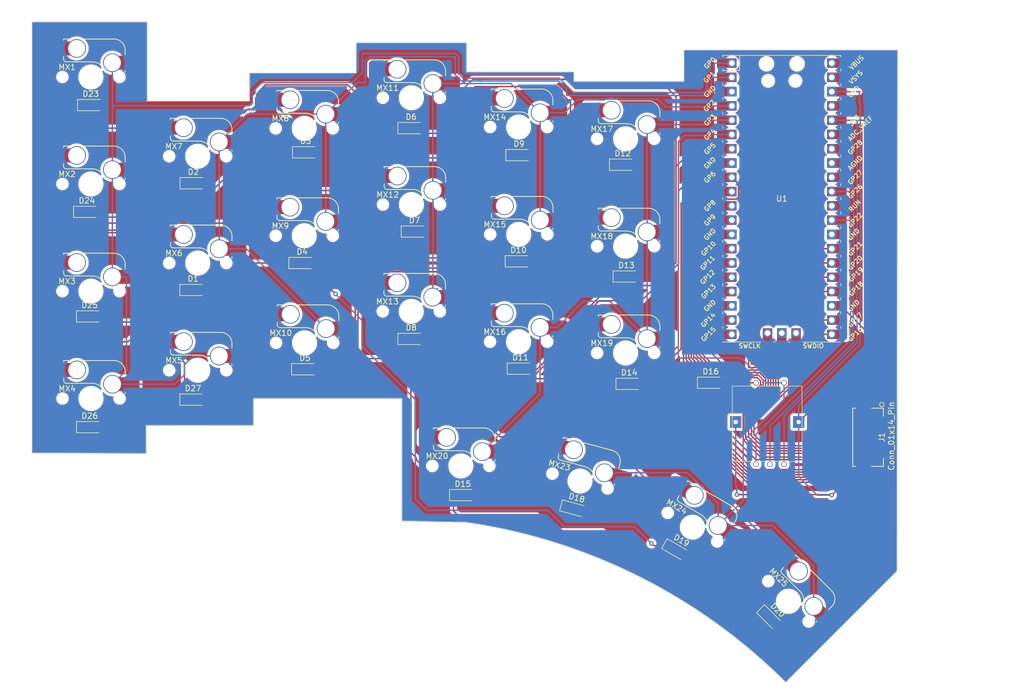
<source format=kicad_pcb>
(kicad_pcb (version 20221018) (generator pcbnew)
  (layers (0 "F.Cu" signal) (31 "B.Cu" signal) (34 "B.Paste" user) (35 "F.Paste" user) (36 "B.SilkS" user "B.Silkscreen") (37 "F.SilkS" user "F.Silkscreen") (38 "B.Mask" user) (39 "F.Mask" user) (44 "Edge.Cuts" user))
  (net 0 "")
  (net 1 "Net-(D1-K)")
  (net 2 "Net-(D1-A)")
  (net 3 "Net-(D12-K)")
  (net 4 "Net-(D2-A)")
  (net 5 "Net-(D13-K)")
  (net 6 "Net-(D3-A)")
  (net 7 "Net-(D14-K)")
  (net 8 "Net-(D4-A)")
  (net 9 "Net-(D10-K)")
  (net 10 "Net-(D5-A)")
  (net 11 "Net-(D6-A)")
  (net 12 "Net-(D7-A)")
  (net 13 "Net-(D8-A)")
  (net 14 "Net-(D9-A)")
  (net 15 "Net-(D10-A)")
  (net 16 "Net-(D11-A)")
  (net 17 "Net-(D12-A)")
  (net 18 "Net-(D13-A)")
  (net 19 "Net-(D14-A)")
  (net 20 "Net-(D15-A)")
  (net 21 "Net-(D18-A)")
  (net 22 "Net-(D19-A)")
  (net 23 "Net-(D20-A)")
  (net 24 "Net-(D23-A)")
  (net 25 "Net-(D24-A)")
  (net 26 "Net-(D25-A)")
  (net 27 "Net-(D26-A)")
  (net 28 "Net-(D27-A)")
  (net 29 "Net-(J1-Pin_1)")
  (net 30 "Net-(J1-Pin_2)")
  (net 31 "Net-(J1-Pin_3)")
  (net 32 "Net-(J1-Pin_4)")
  (net 33 "Net-(J1-Pin_5)")
  (net 34 "Net-(J1-Pin_6)")
  (net 35 "Net-(J1-Pin_7)")
  (net 36 "Net-(J1-Pin_8)")
  (net 37 "Net-(J1-Pin_9)")
  (net 38 "Net-(J1-Pin_10)")
  (net 39 "Net-(J1-Pin_11)")
  (net 40 "Net-(J1-Pin_12)")
  (net 41 "Net-(J1-Pin_13)")
  (net 42 "Net-(J1-Pin_14)")
  (net 43 "Net-(U1-GPIO0)")
  (net 44 "Net-(U1-GPIO1)")
  (net 45 "Net-(U1-GPIO2)")
  (net 46 "Net-(U1-GPIO3)")
  (net 47 "Net-(U1-GPIO4)")
  (net 53 "Net-(U1-GPIO22)")
  (net 55 "Net-(U1-GPIO26_ADC0)")
  (net 66 "Net-(D16-A)")
  (net 67 "Net-(J1-Pin_15)")
  (footprint "PCM_marbastlib-mx:SW_MX_HS_1u" (layer "F.Cu") (at 136.593097 121.585199 -15)
    (fp_text reference "MX23")
    (fp_text value "MX_SW_HS")
  )
  (footprint "Diode_SMD:D_SOD-123" (layer "F.Cu") (at 67.75 107.1)
    (fp_text reference "D27")
    (fp_text value "D_Small")
  )
  (footprint "PCM_marbastlib-mx:SW_MX_HS_1u" (layer "F.Cu") (at 106.62 72.4)
    (fp_text reference "MX12")
    (fp_text value "MX_SW_HS")
  )
  (footprint "Diode_SMD:D_SOD-123" (layer "F.Cu") (at 87.8 63.1)
    (fp_text reference "D3")
    (fp_text value "D_Small")
  )
  (footprint "Diode_SMD:D_SOD-123" (layer "F.Cu") (at 125.65 82.5)
    (fp_text reference "D10")
    (fp_text value "D_Small")
  )
  (footprint "PCM_marbastlib-mx:SW_MX_HS_1u" (layer "F.Cu") (at 115.4 118.9)
    (fp_text reference "MX20")
    (fp_text value "MX_SW_HS")
  )
  (footprint "Diode_SMD:D_SOD-123" (layer "F.Cu") (at 49.35 92.3)
    (fp_text reference "D25")
    (fp_text value "D_Small")
  )
  (footprint "Diode_SMD:D_SOD-123" (layer "F.Cu") (at 87.65 101.7)
    (fp_text reference "D5")
    (fp_text value "D_Small")
  )
  (footprint "PCM_marbastlib-mx:SW_MX_HS_1u" (layer "F.Cu") (at 68.59 82.8)
    (fp_text reference "MX6")
    (fp_text value "MX_SW_HS")
  )
  (footprint "PCM_marbastlib-mx:SW_MX_HS_1u" (layer "F.Cu") (at 87.54 58.84)
    (fp_text reference "MX8")
    (fp_text value "MX_SW_HS")
  )
  (footprint "Diode_SMD:D_SOD-123" (layer "F.Cu") (at 153.65 133.9 -30)
    (fp_text reference "D19")
    (fp_text value "D_Small")
  )
  (footprint "Diode_SMD:D_SOD-123" (layer "F.Cu") (at 67.75 87.6)
    (fp_text reference "D1")
    (fp_text value "D_Small")
  )
  (footprint "Diode_SMD:D_SOD-123" (layer "F.Cu") (at 49.35 112)
    (fp_text reference "D26")
    (fp_text value "D_Small")
  )
  (footprint "Diode_SMD:D_SOD-123" (layer "F.Cu") (at 159.85 104.1)
    (fp_text reference "D16")
    (fp_text value "D_Small")
  )
  (footprint "PCM_marbastlib-mx:SW_MX_HS_1u" (layer "F.Cu") (at 87.54 77.94)
    (fp_text reference "MX9")
    (fp_text value "MX_SW_HS")
  )
  (footprint "Diode_SMD:D_SOD-123" (layer "F.Cu") (at 107.15 77.2)
    (fp_text reference "D7")
    (fp_text value "D_Small")
  )
  (footprint "Diode_SMD:D_SOD-123" (layer "F.Cu") (at 67.8 68.6)
    (fp_text reference "D2")
    (fp_text value "D_Small")
  )
  (footprint "PCM_marbastlib-mx:SW_MX_HS_1u" (layer "F.Cu") (at 144.72 79.8)
    (fp_text reference "MX18")
    (fp_text value "MX_SW_HS")
  )
  (footprint "Diode_SMD:D_SOD-123" (layer "F.Cu") (at 126 101.6)
    (fp_text reference "D11")
    (fp_text value "D_Small")
  )
  (footprint "PCM_marbastlib-mx:SW_MX_HS_1u" (layer "F.Cu") (at 125.68 96.8)
    (fp_text reference "MX16")
    (fp_text value "MX_SW_HS")
  )
  (footprint "PCM_marbastlib-mx:SW_MX_HS_1u" (layer "F.Cu") (at 87.6 97)
    (fp_text reference "MX10")
    (fp_text value "MX_SW_HS")
  )
  (footprint "Diode_SMD:D_SOD-123" (layer "F.Cu") (at 170.366726 145.966726 -45)
    (fp_text reference "D20")
    (fp_text value "D_Small")
  )
  (footprint "PCM_marbastlib-mx:SW_MX_HS_1u" (layer "F.Cu") (at 144.72 60.7)
    (fp_text reference "MX17")
    (fp_text value "MX_SW_HS")
  )
  (footprint "Diode_SMD:D_SOD-123" (layer "F.Cu") (at 106.55 58.8)
    (fp_text reference "D6")
    (fp_text value "D_Small")
  )
  (footprint "Diode_SMD:D_SOD-123" (layer "F.Cu") (at 144.85 85.2)
    (fp_text reference "D13")
    (fp_text value "D_Small")
  )
  (footprint "PCM_marbastlib-mx:SW_MX_HS_1u" (layer "F.Cu") (at 49.58 87.8)
    (fp_text reference "MX3")
    (fp_text value "MX_SW_HS")
  )
  (footprint "Diode_SMD:D_SOD-123" (layer "F.Cu") (at 144.2 65.3)
    (fp_text reference "D12")
    (fp_text value "D_Small")
  )
  (footprint "PCM_marbastlib-mx:SW_MX_HS_1u" (layer "F.Cu") (at 125.68 58.6)
    (fp_text reference "MX14")
    (fp_text value "MX_SW_HS")
  )
  (footprint "Diode_SMD:D_SOD-123" (layer "F.Cu") (at 106.55 96.3)
    (fp_text reference "D8")
    (fp_text value "D_Small")
  )
  (footprint "PCM_marbastlib-mx:SW_MX_HS_1u" (layer "F.Cu") (at 49.58 49.7)
    (fp_text reference "MX1")
    (fp_text value "MX_SW_HS")
  )
  (footprint "CustomKicad:XF3M-1415-1B" (layer "F.Cu") (at 190.299994 117.050002 -90)
    (fp_text reference "J1")
    (fp_text value "Conn_01x14_Pin")
  )
  (footprint "Diode_SMD:D_SOD-123" (layer "F.Cu") (at 145.35 104.3)
    (fp_text reference "D14")
    (fp_text value "D_Small")
  )
  (footprint "CustomKicad:RPi_Pico_SMD_TH" (layer "F.Cu") (at 172.5 71.355)
    (fp_text reference "U1")
    (fp_text value "MicroController")
  )
  (footprint "PCM_marbastlib-mx:SW_MX_HS_1u" (layer "F.Cu") (at 49.6 106.9)
    (fp_text reference "MX4")
    (fp_text value "MX_SW_HS")
  )
  (footprint "PCM_marbastlib-mx:SW_MX_HS_1u" (layer "F.Cu") (at 68.58 63.8)
    (fp_text reference "MX7")
    (fp_text value "MX_SW_HS")
  )
  (footprint "Diode_SMD:D_SOD-123" (layer "F.Cu") (at 49.55 54.7)
    (fp_text reference "D23")
    (fp_text value "D_Small")
  )
  (footprint "PCM_marbastlib-mx:SW_MX_HS_1u" (layer "F.Cu") (at 106.6 53.4)
    (fp_text reference "MX11")
    (fp_text value "MX_SW_HS")
  )
  (footprint "PCM_marbastlib-mx:SW_MX_HS_1u" (layer "F.Cu") (at 68.59 101.88)
    (fp_text reference "MX5")
    (fp_text value "MX_SW_HS")
  )
  (footprint "Diode_SMD:D_SOD-123" (layer "F.Cu") (at 135.493778 126.527051 -15)
    (fp_text reference "D18")
    (fp_text value "D_Small")
  )
  (footprint "PCM_marbastlib-mx:SW_MX_HS_1u" (layer "F.Cu") (at 156.6 129.8 -30)
    (fp_text reference "MX24")
    (fp_text value "MX_SW_HS")
  )
  (footprint "PCM_marbastlib-mx:SW_MX_HS_1u" (layer "F.Cu") (at 125.7 77.7)
    (fp_text reference "MX15")
    (fp_text value "MX_SW_HS")
  )
  (footprint "CustomKicad:PEC12R-42" (layer "F.Cu") (at 170.4 111.1)
    (fp_text reference "SW1" hide)
    (fp_text value "RotaryEncoder_Switch")
  )
  (footprint "PCM_marbastlib-mx:SW_MX_HS_1u" (layer "F.Cu") (at 173.692102 142.992102 -45)
    (fp_text reference "MX25")
    (fp_text value "MX_SW_HS")
  )
  (footprint "Diode_SMD:D_SOD-123" (layer "F.Cu") (at 87.15 82.8)
    (fp_text reference "D4")
    (fp_text value "D_Small")
  )
  (footprint "PCM_marbastlib-mx:SW_MX_HS_1u" (layer "F.Cu") (at 144.72 98.8)
    (fp_text reference "MX19")
    (fp_text value "MX_SW_HS")
  )
  (footprint "Diode_SMD:D_SOD-123" (layer "F.Cu") (at 125.75 63.6)
    (fp_text reference "D9")
    (fp_text value "D_Small")
  )
  (footprint "PCM_marbastlib-mx:SW_MX_HS_1u" (layer "F.Cu") (at 49.58 68.74)
    (fp_text reference "MX2")
    (fp_text value "MX_SW_HS")
  )
  (footprint "PCM_marbastlib-mx:SW_MX_HS_1u" (layer "F.Cu") (at 106.58 91.4)
    (fp_text reference "MX13")
    (fp_text value "MX_SW_HS")
  )
  (footprint "Diode_SMD:D_SOD-123" (layer "F.Cu") (at 115.75 124.1)
    (fp_text reference "D15")
    (fp_text value "D_Small")
  )
  (footprint "Diode_SMD:D_SOD-123" (layer "F.Cu") (at 48.85 73.7)
    (fp_text reference "D24")
    (fp_text value "D_Small")
  )
  (gr_line (start 193 137.6) (end 193.1 44.9) (stroke (width 0.1)) (layer "Edge.Cuts"))
  (gr_line (start 135.5 50.5) (end 155.1 50.5) (stroke (width 0.1)) (layer "Edge.Cuts"))
  (gr_line (start 59.4 111.7) (end 59.4 116.7) (stroke (width 0.1)) (layer "Edge.Cuts"))
  (gr_line (start 59.6 39.9) (end 59.6 51.2) (stroke (width 0.1)) (layer "Edge.Cuts"))
  (gr_line (start 77.8 49) (end 96.8 49) (stroke (width 0.1)) (layer "Edge.Cuts"))
  (gr_line (start 104.9 106.9) (end 78.5 106.9) (stroke (width 0.1)) (layer "Edge.Cuts"))
  (gr_line (start 39.1 40.7) (end 39.1 39.9) (stroke (width 0.1)) (layer "Edge.Cuts"))
  (gr_line (start 96.8 43.6) (end 116.4 43.6) (stroke (width 0.1)) (layer "Edge.Cuts"))
  (gr_line (start 116.4 48.8) (end 135.4 48.8) (stroke (width 0.1)) (layer "Edge.Cuts"))
  (gr_line (start 59.6 54) (end 77.8 54) (stroke (width 0.1)) (layer "Edge.Cuts"))
  (gr_line (start 39.1 40.7) (end 39.1 116.6) (stroke (width 0.1)) (layer "Edge.Cuts"))
  (gr_arc (start 116.34175 128.932082) (mid 147.077748 138.55903) (end 173.201755 157.398245) (stroke (width 0.1)) (layer "Edge.Cuts"))
  (gr_line (start 77.8 54) (end 77.8 49) (stroke (width 0.1)) (layer "Edge.Cuts"))
  (gr_line (start 135.5 48.8) (end 135.5 50.5) (stroke (width 0.1)) (layer "Edge.Cuts"))
  (gr_line (start 116.34175 128.932081) (end 104.9 128.7) (stroke (width 0.1)) (layer "Edge.Cuts"))
  (gr_line (start 104.9 128.7) (end 104.9 106.9) (stroke (width 0.1)) (layer "Edge.Cuts"))
  (gr_line (start 96.8 49) (end 96.8 43.6) (stroke (width 0.1)) (layer "Edge.Cuts"))
  (gr_line (start 59.6 51.2) (end 59.6 54) (stroke (width 0.1)) (layer "Edge.Cuts"))
  (gr_line (start 78.5 111.7) (end 59.4 111.7) (stroke (width 0.1)) (layer "Edge.Cuts"))
  (gr_line (start 155.1 50.5) (end 155.1 44.9) (stroke (width 0.1)) (layer "Edge.Cuts"))
  (gr_line (start 155.1 44.9) (end 193.1 44.9) (stroke (width 0.1)) (layer "Edge.Cuts"))
  (gr_line (start 59.4 116.7) (end 39.1 116.6) (stroke (width 0.1)) (layer "Edge.Cuts"))
  (gr_line (start 135.5 48.8) (end 135.4 48.8) (stroke (width 0.1)) (layer "Edge.Cuts"))
  (gr_line (start 116.4 43.6) (end 116.4 48.8) (stroke (width 0.1)) (layer "Edge.Cuts"))
  (gr_line (start 173.201755 157.398245) (end 193 137.6) (stroke (width 0.1)) (layer "Edge.Cuts"))
  (gr_line (start 78.5 106.9) (end 78.5 111.7) (stroke (width 0.1)) (layer "Edge.Cuts"))
  (gr_line (start 39.1 39.9) (end 59.6 39.9) (stroke (width 0.1)) (layer "Edge.Cuts"))
  (segment (start 111.875 59.725) (end 105.825 59.725) (width 0.25) (layer "F.Cu") (net 1))
  (segment (start 152.2 51.7) (end 135.7 51.7) (width 0.25) (layer "F.Cu") (net 1))
  (segment (start 115.9 55.7) (end 111.875 59.725) (width 0.25) (layer "F.Cu") (net 1))
  (segment (start 153.68 65.6) (end 156.815 62.465) (width 0.25) (layer "F.Cu") (net 1))
  (segment (start 105.825 59.725) (end 104.9 58.8) (width 0.25) (layer "F.Cu") (net 1))
  (segment (start 135.7 51.7) (end 134.1 50.1) (width 0.25) (layer "F.Cu") (net 1))
  (segment (start 47.9 55.8) (end 41.6 62.1) (width 0.25) (layer "F.Cu") (net 1))
  (segment (start 142.065948 86.8) (end 149.6 86.8) (width 0.25) (layer "F.Cu") (net 1))
  (segment (start 80.6 51.1) (end 80.7 51.1) (width 0.25) (layer "F.Cu") (net 1))
  (segment (start 79.5 52.8649) (end 79.5 52.2) (width 0.25) (layer "F.Cu") (net 1))
  (segment (start 124.35 101.6) (end 125.275 102.525) (width 0.25) (layer "F.Cu") (net 1))
  (segment (start 153.68 65.6) (end 153.68 53.22) (width 0.25) (layer "F.Cu") (net 1))
  (segment (start 95.3 51.1) (end 103 58.8) (width 0.25) (layer "F.Cu") (net 1))
  (segment (start 156.815 62.465) (end 156.9 62.465) (width 0.25) (layer "F.Cu") (net 1))
  (segment (start 78.4 55.4) (end 78.9 54.9) (width 0.25) (layer "F.Cu") (net 1))
  (segment (start 57.8 79.3) (end 66.1 87.6) (width 0.25) (layer "F.Cu") (net 1))
  (segment (start 78.9 54.9) (end 78.9 53.4649) (width 0.25) (layer "F.Cu") (net 1))
  (segment (start 79.5 52.2) (end 80.6 51.1) (width 0.25) (layer "F.Cu") (net 1))
  (segment (start 149.6 86.8) (end 153.68 82.72) (width 0.25) (layer "F.Cu") (net 1))
  (segment (start 58.4 58.8) (end 61.1 56.1) (width 0.25) (layer "F.Cu") (net 1))
  (segment (start 43.5 77.4) (end 57.8 77.4) (width 0.25) (layer "F.Cu") (net 1))
  (segment (start 47.9 54.7) (end 47.9 55.8) (width 0.25) (layer "F.Cu") (net 1))
  (segment (start 153.68 82.72) (end 153.68 65.6) (width 0.25) (layer "F.Cu") (net 1))
  (segment (start 136 94.634052) (end 136 92.865948) (width 0.25) (layer "F.Cu") (net 1))
  (segment (start 47.9 55.3) (end 51.4 58.8) (width 0.25) (layer "F.Cu") (net 1))
  (segment (start 125.275 102.525) (end 128.109052 102.525) (width 0.25) (layer "F.Cu") (net 1))
  (segment (start 80.7 51.1) (end 95.3 51.1) (width 0.25) (layer "F.Cu") (net 1))
  (segment (start 128.109052 102.525) (end 136 94.634052) (width 0.25) (layer "F.Cu") (net 1))
  (segment (start 115.9 51.7651) (end 115.9 55.7) (width 0.25) (layer "F.Cu") (net 1))
  (segment (start 134.1 50.1) (end 117.5 50.1) (width 0.25) (layer "F.Cu") (net 1))
  (segment (start 61.1 56.1) (end 76.8 56.1) (width 0.25) (layer "F.Cu") (net 1))
  (segment (start 76.8 56.1) (end 77.5 55.4) (width 0.25) (layer "F.Cu") (net 1))
  (segment (start 103 58.8) (end 104.9 58.8) (width 0.25) (layer "F.Cu") (net 1))
  (segment (start 153.68 53.22) (end 152.2 51.74) (width 0.25) (layer "F.Cu") (net 1))
  (segment (start 57.8 77.4) (end 57.8 79.3) (width 0.25) (layer "F.Cu") (net 1))
  (segment (start 47.9 54.7) (end 47.9 55.3) (width 0.25) (layer "F.Cu") (net 1))
  (segment (start 51.4 58.8) (end 58.4 58.8) (width 0.25) (layer "F.Cu") (net 1))
  (segment (start 163.61 62.465) (end 156.9 62.465) (width 0.25) (layer "F.Cu") (net 1))
  (segment (start 117.5 50.1) (end 117.5 50.1651) (width 0.25) (layer "F.Cu") (net 1))
  (segment (start 41.6 62.1) (end 41.6 75.5) (width 0.25) (layer "F.Cu") (net 1))
  (segment (start 152.2 51.74) (end 152.2 51.7) (width 0.25) (layer "F.Cu") (net 1))
  (segment (start 77.5 55.4) (end 78.4 55.4) (width 0.25) (layer "F.Cu") (net 1))
  (segment (start 41.6 75.5) (end 43.5 77.4) (width 0.25) (layer "F.Cu") (net 1))
  (segment (start 117.5 50.1651) (end 115.9 51.7651) (width 0.25) (layer "F.Cu") (net 1))
  (segment (start 136 92.865948) (end 142.065948 86.8) (width 0.25) (layer "F.Cu") (net 1))
  (segment (start 78.9 53.4649) (end 79.5 52.8649) (width 0.25) (layer "F.Cu") (net 1))
  (segment (start 62.5 77.72) (end 66.2211 81.4411) (width 0.25) (layer "F.Cu") (net 2))
  (segment (start 66.2211 84.4211) (end 69.4 87.6) (width 0.25) (layer "F.Cu") (net 2))
  (segment (start 66.2211 81.4411) (end 66.2211 84.4211) (width 0.25) (layer "F.Cu") (net 2))
  (segment (start 99.7049 65.3) (end 98.5 65.3) (width 0.25) (layer "F.Cu") (net 3))
  (segment (start 140.002344 89.5) (end 147.536396 89.5) (width 0.25) (layer "F.Cu") (net 3))
  (segment (start 134.9 58.1) (end 134.9 54.2) (width 0.25) (layer "F.Cu") (net 3))
  (segment (start 164.61 71.435) (end 164.785 71.26) (width 0.25) (layer "F.Cu") (net 3))
  (segment (start 157.065 71.435) (end 164.61 71.435) (width 0.25) (layer "F.Cu") (net 3))
  (segment (start 117.9 51.4) (end 117.9 61.2) (width 0.25) (layer "F.Cu") (net 3))
  (segment (start 157.065 71.435) (end 155.03 73.47) (width 0.25) (layer "F.Cu") (net 3))
  (segment (start 115 64.1) (end 100.9049 64.1) (width 0.25) (layer "F.Cu") (net 3))
  (segment (start 136.45 94.820448) (end 136.45 93.052344) (width 0.25) (layer "F.Cu") (net 3))
  (segment (start 122.3399 86.125) (end 117.99 90.4749) (width 0.25) (layer "F.Cu") (net 3))
  (segment (start 128.295448 102.975) (end 136.45 94.820448) (width 0.25) (layer "F.Cu") (net 3))
  (segment (start 100.9049 64.1) (end 99.7049 65.3) (width 0.25) (layer "F.Cu") (net 3))
  (segment (start 117.99 96.624052) (end 124.340948 102.975) (width 0.25) (layer "F.Cu") (net 3))
  (segment (start 117.9 61.2) (end 115 64.1) (width 0.25) (layer "F.Cu") (net 3))
  (segment (start 155.03 100.93) (end 158.2 104.1) (width 0.25) (layer "F.Cu") (net 3))
  (segment (start 142.1 65.3) (end 134.9 58.1) (width 0.25) (layer "F.Cu") (net 3))
  (segment (start 139.05 81.05) (end 140.434052 81.05) (width 0.25) (layer "F.Cu") (net 3))
  (segment (start 47.2 73.7) (end 49.2 75.7) (width 0.25) (layer "F.Cu") (net 3))
  (segment (start 134.9 54.2) (end 132.1 51.4) (width 0.25) (layer "F.Cu") (net 3))
  (segment (start 155.03 73.47) (end 155.03 100.93) (width 0.25) (layer "F.Cu") (net 3))
  (segment (start 74.2 75.7) (end 66.3 75.7) (width 0.25) (layer "F.Cu") (net 3))
  (segment (start 156.555 67.545) (end 163.61 67.545) (width 0.25) (layer "F.Cu") (net 3))
  (segment (start 80 69.9) (end 74.2 75.7) (width 0.25) (layer "F.Cu") (net 3))
  (segment (start 154.13 72) (end 154.13 69.97) (width 0.25) (layer "F.Cu") (net 3))
  (segment (start 154.13 69.97) (end 156.5 67.6) (width 0.25) (layer "F.Cu") (net 3))
  (segment (start 94.4 70) (end 94.3 69.9) (width 0.25) (layer "F.Cu") (net 3))
  (segment (start 105.5 77.2) (end 101.6 77.2) (width 0.25) (layer "F.Cu") (net 3))
  (segment (start 164.785 71.26) (end 164.785 68.72) (width 0.25) (layer "F.Cu") (net 3))
  (segment (start 142.55 65.3) (end 137.03 70.82) (width 0.25) (layer "F.Cu") (net 3))
  (segment (start 124.340948 102.975) (end 128.295448 102.975) (width 0.25) (layer "F.Cu") (net 3))
  (segment (start 136.45 93.052344) (end 140.002344 89.5) (width 0.25) (layer "F.Cu") (net 3))
  (segment (start 117.99 90.4749) (end 117.99 96.624052) (width 0.25) (layer "F.Cu") (net 3))
  (segment (start 101.6 77.2) (end 94.4 70) (width 0.25) (layer "F.Cu") (net 3))
  (segment (start 140.434052 81.05) (end 143.975 84.590948) (width 0.25) (layer "F.Cu") (net 3))
  (segment (start 66.15 75.55) (end 66.3 75.7) (width 0.25) (layer "F.Cu") (net 3))
  (segment (start 156.5 67.6) (end 156.555 67.545) (width 0.25) (layer "F.Cu") (net 3))
  (segment (start 105.5 77.2) (end 108 79.7) (width 0.25) (layer "F.Cu") (net 3))
  (segment (start 137.03 70.82) (end 137.03 79.03) (width 0.25) (layer "F.Cu") (net 3))
  (segment (start 98.5 65.9) (end 94.4 70) (width 0.25) (layer "F.Cu") (net 3))
  (segment (start 132.1 51.4) (end 117.9 51.4) (width 0.25) (layer "F.Cu") (net 3))
  (segment (start 66.15 68.6) (end 66.15 75.55) (width 0.25) (layer "F.Cu") (net 3))
  (segment (start 49.2 75.7) (end 66.3 75.7) (width 0.25) (layer "F.Cu") (net 3))
  (segment (start 164.785 68.72) (end 163.61 67.545) (width 0.25) (layer "F.Cu") (net 3))
  (segment (start 147.536396 89.5) (end 154.13 82.906396) (width 0.25) (layer "F.Cu") (net 3))
  (segment (start 142.55 65.3) (end 142.1 65.3) (width 0.25) (layer "F.Cu") (net 3))
  (segment (start 137.03 79.03) (end 139.05 81.05) (width 0.25) (layer "F.Cu") (net 3))
  (segment (start 98.5 65.3) (end 98.5 65.9) (width 0.25) (layer "F.Cu") (net 3))
  (segment (start 143.975 84.590948) (end 143.975 85.809052) (width 0.25) (layer "F.Cu") (net 3))
  (segment (start 143.975 85.809052) (end 143.659052 86.125) (width 0.25) (layer "F.Cu") (net 3))
  (segment (start 154.13 82.906396) (end 154.13 72) (width 0.25) (layer "F.Cu") (net 3))
  (segment (start 94.3 69.9) (end 80 69.9) (width 0.25) (layer "F.Cu") (net 3))
  (segment (start 143.659052 86.125) (end 122.3399 86.125) (width 0.25) (layer "F.Cu") (net 3))
  (segment (start 66.2111 65.3611) (end 69.45 68.6) (width 0.25) (layer "F.Cu") (net 4))
  (segment (start 66.2111 62.4411) (end 66.2111 65.3611) (width 0.25) (layer "F.Cu") (net 4))
  (segment (start 62.49 58.72) (end 66.2111 62.4411) (width 0.25) (layer "F.Cu") (net 4))
  (segment (start 88.384052 102.7) (end 90 102.7) (width 0.25) (layer "F.Cu") (net 5))
  (segment (start 109.1 98.6) (end 116.8 90.9) (width 0.25) (layer "F.Cu") (net 5))
  (segment (start 107.725 97.225) (end 109.1 98.6) (width 0.25) (layer "F.Cu") (net 5))
  (segment (start 63.977767 81.5) (end 64.76 82.282233) (width 0.25) (layer "F.Cu") (net 5))
  (segment (start 125.2 117.4) (end 125.2 113.7) (width 0.25) (layer "F.Cu") (net 5))
  (segment (start 97.1 83.7) (end 121.3 83.7) (width 0.25) (layer "F.Cu") (net 5))
  (segment (start 64.76 84.86) (end 66.875 86.975) (width 0.25) (layer "F.Cu") (net 5))
  (segment (start 66.875 88.225) (end 61.8 93.3) (width 0.25) (layer "F.Cu") (net 5))
  (segment (start 133.9 126.1) (end 125.2 117.4) (width 0.25) (layer "F.Cu") (net 5))
  (segment (start 116.8 88.5) (end 120.1 85.2) (width 0.25) (layer "F.Cu") (net 5))
  (segment (start 46.425 74.325) (end 49.05 76.95) (width 0.25) (layer "F.Cu") (net 5))
  (segment (start 63.4349 81.5) (end 63.977767 81.5) (width 0.25) (layer "F.Cu") (net 5))
  (segment (start 123.425 81.575) (end 124.575 81.575) (width 0.25) (layer "F.Cu") (net 5))
  (segment (start 146.084052 105.3) (end 144.159052 103.375) (width 0.25) (layer "F.Cu") (net 5))
  (segment (start 121.3 83.7) (end 123.425 81.575) (width 0.25) (layer "F.Cu") (net 5))
  (segment (start 68.884052 108.5) (end 72.363604 108.5) (width 0.25) (layer "F.Cu") (net 5))
  (segment (start 163.61 70.085) (end 156.681396 70.085) (width 0.25) (layer "F.Cu") (net 5))
  (segment (start 40.65 106.334052) (end 47.315948 113) (width 0.25) (layer "F.Cu") (net 5))
  (segment (start 69 72.1) (end 67.4 70.5) (width 0.25) (layer "F.Cu") (net 5))
  (segment (start 94.4 86.4) (end 97.1 83.7) (width 0.25) (layer "F.Cu") (net 5))
  (segment (start 96.6 88.6) (end 94.4 86.4) (width 0.25) (layer "F.Cu") (net 5))
  (segment (start 90 102.7) (end 96.6 96.1) (width 0.25) (layer "F.Cu") (net 5))
  (segment (start 61.8 93.3) (end 48.7 93.3) (width 0.25) (layer "F.Cu") (net 5))
  (segment (start 125.4 82.4) (end 125.4 85.2) (width 0.25) (layer "F.Cu") (net 5))
  (segment (start 72.363604 108.5) (end 80.088604 100.775) (width 0.25) (layer "F.Cu") (net 5))
  (segment (start 128.525 103.375) (end 127.85 104.05) (width 0.25) (layer "F.Cu") (net 5))
  (segment (start 48.7 93.3) (end 47.7 92.3) (width 0.25) (layer "F.Cu") (net 5))
  (segment (start 40.65 99.35) (end 40.65 106.334052) (width 0.25) (layer "F.Cu") (net 5))
  (segment (start 63.9 67.2) (end 56.475 74.625) (width 0.25) (layer "F.Cu") (net 5))
  (segment (start 66.134052 67.2) (end 63.9 67.2) (width 0.25) (layer "F.Cu") (net 5))
  (segment (start 56.475 74.625) (end 49.625 74.625) (width 0.25) (layer "F.Cu") (net 5))
  (segment (start 125.4 85.2) (end 143.2 85.2) (width 0.25) (layer "F.Cu") (net 5))
  (segment (start 154.58 72.186396) (end 154.58 98.104052) (width 0.25) (layer "F.Cu") (net 5))
  (segment (start 64.76 82.282233) (end 64.76 84.86) (width 0.25) (layer "F.Cu") (net 5))
  (segment (start 47.7 92.3) (end 40.65 99.35) (width 0.25) (layer "F.Cu") (net 5))
  (segment (start 66.875 86.975) (end 66.875 88.225) (width 0.25) (layer "F.Cu") (net 5))
  (segment (start 66.559052 106.175) (end 68.884052 108.5) (width 0.25) (layer "F.Cu") (net 5))
  (segment (start 144.159052 103.375) (end 128.525 103.375) (width 0.25) (layer "F.Cu") (net 5))
  (segment (start 46.425 72.975) (end 46.425 74.325) (width 0.25) (layer "F.Cu") (net 5))
  (segment (start 147.384052 105.3) (end 146.084052 105.3) (width 0.25) (layer "F.Cu") (net 5))
  (segment (start 60.425 106.175) (end 66.559052 106.175) (width 0.25) (layer "F.Cu") (net 5))
  (segment (start 78 63.1) (end 69 72.1) (width 0.25) (layer "F.Cu") (net 5))
  (segment (start 58.8849 76.95) (end 63.4349 81.5) (width 0.25) (layer "F.Cu") (net 5))
  (segment (start 86.15 63.1) (end 78 63.1) (width 0.25) (layer "F.Cu") (net 5))
  (segment (start 154.58 98.104052) (end 147.384052 105.3) (width 0.25) (layer "F.Cu") (net 5))
  (segment (start 67.4 70.5) (end 67.4 68.465948) (width 0.25) (layer "F.Cu") (net 5))
  (segment (start 49.625 74.625) (end 47.775 72.775) (width 0.25) (layer "F.Cu") (net 5))
  (segment (start 86.459052 100.775) (end 88.384052 102.7) (width 0.25) (layer "F.Cu") (net 5))
  (segment (start 116.8 90.9) (end 116.8 88.5) (width 0.25) (layer "F.Cu") (net 5))
  (segment (start 124.575 81.575) (end 125.4 82.4) (width 0.25) (layer "F.Cu") (net 5))
  (segment (start 122.3 113.7) (end 112.65 104.05) (width 0.25) (layer "F.Cu") (net 5))
  (segment (start 105.825 97.225) (end 107.725 97.225) (width 0.25) (layer "F.Cu") (net 5))
  (segment (start 112.65 104.05) (end 104.9 96.3) (width 0.25) (layer "F.Cu") (net 5))
  (segment (start 53.6 113) (end 60.425 106.175) (width 0.25) (layer "F.Cu") (net 5))
  (segment (start 96.6 96.1) (end 96.6 88.6) (width 0.25) (layer "F.Cu") (net 5))
  (segment (start 80.088604 100.775) (end 86.459052 100.775) (width 0.25) (layer "F.Cu") (net 5))
  (segment (start 49.05 76.95) (end 58.8849 76.95) (width 0.25) (layer "F.Cu") (net 5))
  (segment (start 47.315948 113) (end 53.6 113) (width 0.25) (layer "F.Cu") (net 5))
  (segment (start 156.681396 70.085) (end 154.58 72.186396) (width 0.25) (layer "F.Cu") (net 5))
  (segment (start 125.2 113.7) (end 122.3 113.7) (width 0.25) (layer "F.Cu") (net 5))
  (segment (start 127.85 104.05) (end 112.65 104.05) (width 0.25) (layer "F.Cu") (net 5))
  (segment (start 46.625 72.775) (end 46.425 72.975) (width 0.25) (layer "F.Cu") (net 5))
  (segment (start 47.775 72.775) (end 46.625 72.775) (width 0.25) (layer "F.Cu") (net 5))
  (segment (start 104.9 96.3) (end 105.825 97.225) (width 0.25) (layer "F.Cu") (net 5))
  (segment (start 120.1 85.2) (end 125.4 85.2) (width 0.25) (layer "F.Cu") (net 5))
  (segment (start 67.4 68.465948) (end 66.134052 67.2) (width 0.25) (layer "F.Cu") (net 5))
  (segment (start 85.1711 59.821231) (end 88.449869 63.1) (width 0.25) (layer "F.Cu") (net 6))
  (segment (start 88.449869 63.1) (end 89.45 63.1) (width 0.25) (layer "F.Cu") (net 6))
  (segment (start 81.45 53.76) (end 85.1711 57.4811) (width 0.25) (layer "F.Cu") (net 6))
  (segment (start 85.1711 57.4811) (end 85.1711 59.821231) (width 0.25) (layer "F.Cu") (net 6))
  (segment (start 85.5 83.6) (end 86.9 85) (width 0.25) (layer "F.Cu") (net 7))
  (segment (start 150.45 105.75) (end 145.15 105.75) (width 0.25) (layer "F.Cu") (net 7))
  (segment (start 41.1 106.1) (end 41.1 99.9) (width 0.25) (layer "F.Cu") (net 7))
  (segment (start 116.4 80.4) (end 116.4 80.2) (width 0.25) (layer "F.Cu") (net 7))
  (segment (start 116.4 65.2) (end 118 63.6) (width 0.25) (layer "F.Cu") (net 7))
  (segment (start 158.975 104.709052) (end 158.584052 105.1) (width 0.25) (layer "F.Cu") (net 7))
  (segment (start 149 121.9) (end 149 129.853942) (width 0.25) (layer "F.Cu") (net 7))
  (segment (start 143.7 116.6) (end 149 121.9) (width 0.25) (layer "F.Cu") (net 7))
  (segment (start 91.05 86.25) (end 93.1 88.3) (width 0.25) (layer "F.Cu") (net 7))
  (segment (start 86.9 85) (end 90.4 85) (width 0.25) (layer "F.Cu") (net 7))
  (segment (start 151.1 105.1) (end 150.45 105.75) (width 0.25) (layer "F.Cu") (net 7))
  (segment (start 44.2 96.8) (end 56.2 96.8) (width 0.25) (layer "F.Cu") (net 7))
  (segment (start 59.1 93.9) (end 67.5 93.9) (width 0.25) (layer "F.Cu") (net 7))
  (segment (start 158.584052 105.1) (end 151.1 105.1) (width 0.25) (layer "F.Cu") (net 7))
  (segment (start 158.975 103.490948) (end 158.975 104.709052) (width 0.25) (layer "F.Cu") (net 7))
  (segment (start 149.675 133.075) (end 149.3 132.7) (width 0.25) (layer "F.Cu") (net 7))
  (segment (start 149 129.853942) (end 152.221058 133.075) (width 0.25) (layer "F.Cu") (net 7))
  (segment (start 91.05 84.35) (end 93.5 81.9) (width 0.25) (layer "F.Cu") (net 7))
  (segment (start 78.6 82.8) (end 85.5 82.8) (width 0.25) (layer "F.Cu") (net 7))
  (segment (start 114.7 81.9) (end 116.4 80.2) (width 0.25) (layer "F.Cu") (net 7))
  (segment (start 93.5 81.9) (end 114.7 81.9) (width 0.25) (layer "F.Cu") (net 7))
  (segment (start 41.1 99.9) (end 44.2 96.8) (width 0.25) (layer "F.Cu") (net 7))
  (segment (start 91.05 84.35) (end 91.05 86.25) (width 0.25) (layer "F.Cu") (net 7))
  (segment (start 155.48 99.995948) (end 158.975 103.490948) (width 0.25) (layer "F.Cu") (net 7))
  (segment (start 56.2 96.8) (end 59.1 93.9) (width 0.25) (layer "F.Cu") (net 7))
  (segment (start 67.5 93.9) (end 78.6 82.8) (width 0.25) (layer "F.Cu") (net 7))
  (segment (start 85.5 82.8) (end 85.5 83.6) (width 0.25) (layer "F.Cu") (net 7))
  (segment (start 90.4 85) (end 91.05 84.35) (width 0.25) (layer "F.Cu") (net 7))
  (segment (start 145.15 105.75) (end 143.7 104.3) (width 0.25) (layer "F.Cu") (net 7))
  (segment (start 116.4 80.2) (end 116.4 65.2) (width 0.25) (layer "F.Cu") (net 7))
  (segment (start 155.48 74.2) (end 155.48 99.995948) (width 0.25) (layer "F.Cu") (net 7))
  (segment (start 47 112) (end 41.1 106.1) (width 0.25) (layer "F.Cu") (net 7))
  (segment (start 118 63.6) (end 124.1 63.6) (width 0.25) (layer "F.Cu") (net 7))
  (segment (start 47.7 112) (end 47 112) (width 0.25) (layer "F.Cu") (net 7))
  (segment (start 163.61 72.625) (end 157.055 72.625) (width 0.25) (layer "F.Cu") (net 7))
  (segment (start 143.7 104.3) (end 143.7 116.6) (width 0.25) (layer "F.Cu") (net 7))
  (segment (start 152.221058 133.075) (end 149.675 133.075) (width 0.25) (layer "F.Cu") (net 7))
  (segment (start 157.055 72.625) (end 155.48 74.2) (width 0.25) (layer "F.Cu") (net 7))
  (via (at 93.1 88.3) (size 0.8) (drill 0.4) (layers "F.Cu" "B.Cu") (net 7))
  (via (at 149.3 132.7) (size 0.8) (drill 0.4) (layers "F.Cu" "B.Cu") (net 7))
  (segment (start 133.8 129.7) (end 146.3 129.7) (width 0.25) (layer "B.Cu") (net 7))
  (segment (start 146.3 129.7) (end 149.3 132.7) (width 0.25) (layer "B.Cu") (net 7))
  (segment (start 107.3 107.1) (end 107.3 124.8) (width 0.25) (layer "B.Cu") (net 7))
  (segment (start 130.9 126.8) (end 133.8 129.7) (width 0.25) (layer "B.Cu") (net 7))
  (segment (start 97.8 93) (end 97.8 97.6) (width 0.25) (layer "B.Cu") (net 7))
  (segment (start 97.8 97.6) (end 107.3 107.1) (width 0.25) (layer "B.Cu") (net 7))
  (segment (start 107.3 124.8) (end 109.3 126.8) (width 0.25) (layer "B.Cu") (net 7))
  (segment (start 109.3 126.8) (end 130.9 126.8) (width 0.25) (layer "B.Cu") (net 7))
  (segment (start 93.1 88.3) (end 97.8 93) (width 0.25) (layer "B.Cu") (net 7))
  (segment (start 85.1711 79.1711) (end 88.8 82.8) (width 0.25) (layer "F.Cu") (net 8))
  (segment (start 85.1711 76.5811) (end 85.1711 79.1711) (width 0.25) (layer "F.Cu") (net 8))
  (segment (start 81.45 72.86) (end 85.1711 76.5811) (width 0.25) (layer "F.Cu") (net 8))
  (segment (start 92.7 104.2) (end 88.5 104.2) (width 0.25) (layer "F.Cu") (net 9))
  (segment (start 162.9 144.8) (end 159.95 141.85) (width 0.25) (layer "F.Cu") (net 9))
  (segment (start 159.8 141.7) (end 155.6 141.7) (width 0.25) (layer "F.Cu") (net 9))
  (segment (start 159.425 119.950305) (end 160.15 120.675305) (width 0.25) (layer "F.Cu") (net 9))
  (segment (start 97.1 99.8) (end 92.7 104.2) (width 0.25) (layer "F.Cu") (net 9))
  (segment (start 114.1 124.1) (end 113.752233 124.1) (width 0.25) (layer "F.Cu") (net 9))
  (segment (start 169.2 144.8) (end 162.9 144.8) (width 0.25) (layer "F.Cu") (net 9))
  (segment (start 131.7 130.6) (end 128.9 127.8) (width 0.25) (layer "F.Cu") (net 9))
  (segment (start 113.752233 124.1) (end 107.5 117.847767) (width 0.25) (layer "F.Cu") (net 9))
  (segment (start 107.5 117.847767) (end 107.5 117.5) (width 0.25) (layer "F.Cu") (net 9))
  (segment (start 128.9 127.8) (end 115 127.8) (width 0.25) (layer "F.Cu") (net 9))
  (segment (start 102.2 99.8) (end 97.1 99.8) (width 0.25) (layer "F.Cu") (net 9))
  (segment (start 160.15 122.35) (end 168 130.2) (width 0.25) (layer "F.Cu") (net 9))
  (segment (start 159.425 103.304552) (end 159.425 119.950305) (width 0.25) (layer "F.Cu") (net 9))
  (segment (start 66.1 107.1) (end 68.5 109.5) (width 0.25) (layer "F.Cu") (net 9))
  (segment (start 163.61 75.165) (end 156.835 75.165) (width 0.25) (layer "F.Cu") (net 9))
  (segment (start 99.355 84.345) (end 97.1 86.6) (width 0.25) (layer "F.Cu") (net 9))
  (segment (start 168 130.2) (end 168 133.8) (width 0.25) (layer "F.Cu") (net 9))
  (segment (start 122.155 84.345) (end 99.355 84.345) (width 0.25) (layer "F.Cu") (net 9))
  (segment (start 160.15 120.675305) (end 160.15 122.35) (width 0.25) (layer "F.Cu") (net 9))
  (segment (start 107.5 117.5) (end 106.5 116.5) (width 0.25) (layer "F.Cu") (net 9))
  (segment (start 124 82.5) (end 122.155 84.345) (width 0.25) (layer "F.Cu") (net 9))
  (segment (start 156.835 75.165) (end 155.93 76.07) (width 0.25) (layer "F.Cu") (net 9))
  (segment (start 106.5 104.1) (end 102.2 99.8) (width 0.25) (layer "F.Cu") (net 9))
  (segment (start 168 133.8) (end 159.95 141.85) (width 0.25) (layer "F.Cu") (net 9))
  (segment (start 140.6 130.6) (end 131.7 130.6) (width 0.25) (layer "F.Cu") (net 9))
  (segment (start 146.3 132.4) (end 142.4 132.4) (width 0.25) (layer "F.Cu") (net 9))
  (segment (start 68.5 109.5) (end 72.3 109.5) (width 0.25) (layer "F.Cu") (net 9))
  (segment (start 159.95 141.85) (end 159.8 141.7) (width 0.25) (layer "F.Cu") (net 9))
  (segment (start 155.6 141.7) (end 146.3 132.4) (width 0.25) (layer "F.Cu") (net 9))
  (segment (start 115 127.8) (end 114.1 126.9) (width 0.25) (layer "F.Cu") (net 9))
  (segment (start 79.8 101.7) (end 86 101.7) (width 0.25) (layer "F.Cu") (net 9))
  (segment (start 142.4 132.4) (end 140.6 130.6) (width 0.25) (layer "F.Cu") (net 9))
  (segment (start 155.93 76.07) (end 155.93 99.809552) (width 0.25) (layer "F.Cu") (net 9))
  (segment (start 114.1 126.9) (end 114.1 124.1) (width 0.25) (layer "F.Cu") (net 9))
  (segment (start 88.5 104.2) (end 86 101.7) (width 0.25) (layer "F.Cu") (net 9))
  (segment (start 106.5 116.5) (end 106.5 104.1) (width 0.25) (layer "F.Cu") (net 9))
  (segment (start 72.3 109.2) (end 79.8 101.7) (width 0.25) (layer "F.Cu") (net 9))
  (segment (start 155.93 99.809552) (end 159.425 103.304552) (width 0.25) (layer "F.Cu") (net 9))
  (segment (start 97.1 86.6) (end 97.1 99.8) (width 0.25) (layer "F.Cu") (net 9))
  (segment (start 72.3 109.5) (end 72.3 109.2) (width 0.25) (layer "F.Cu") (net 9))
  (segment (start 81.51 91.92) (end 85.2311 95.6411) (width 0.25) (layer "F.Cu") (net 10))
  (segment (start 88.85 101.7) (end 89.3 101.7) (width 0.25) (layer "F.Cu") (net 10))
  (segment (start 85.2311 98.0811) (end 88.85 101.7) (width 0.25) (layer "F.Cu") (net 10))
  (segment (start 85.2311 95.6411) (end 85.2311 98.0811) (width 0.25) (layer "F.Cu") (net 10))
  (segment (start 104.2311 52.0411) (end 104.2311 54.8311) (width 0.25) (layer "F.Cu") (net 11))
  (segment (start 100.51 48.32) (end 104.2311 52.0411) (width 0.25) (layer "F.Cu") (net 11))
  (segment (start 104.2311 54.8311) (end 108.2 58.8) (width 0.25) (layer "F.Cu") (net 11))
  (segment (start 100.53 67.32) (end 104.2511 71.0411) (width 0.25) (layer "F.Cu") (net 12))
  (segment (start 108.069869 77.2) (end 108.8 77.2) (width 0.25) (layer "F.Cu") (net 12))
  (segment (start 104.2511 73.381231) (end 108.069869 77.2) (width 0.25) (layer "F.Cu") (net 12))
  (segment (start 104.2511 71.0411) (end 104.2511 73.381231) (width 0.25) (layer "F.Cu") (net 12))
  (segment (start 100.49 86.32) (end 102.75 88.58) (width 0.25) (layer "F.Cu") (net 13))
  (segment (start 102.75 88.58) (end 102.75 90.920131) (width 0.25) (layer "F.Cu") (net 13))
  (segment (start 102.75 90.920131) (end 108.129869 96.3) (width 0.25) (layer "F.Cu") (net 13))
  (segment (start 108.129869 96.3) (end 108.2 96.3) (width 0.25) (layer "F.Cu") (net 13))
  (segment (start 127.3 63.6) (end 127.4 63.6) (width 0.25) (layer "F.Cu") (net 14))
  (segment (start 121.85 55.78) (end 121.85 58.15) (width 0.25) (layer "F.Cu") (net 14))
  (segment (start 119.59 53.52) (end 121.85 55.78) (width 0.25) (layer "F.Cu") (net 14))
  (segment (start 121.85 58.15) (end 127.3 63.6) (width 0.25) (layer "F.Cu") (net 14))
  (segment (start 119.61 72.62) (end 123.3311 76.3411) (width 0.25) (layer "F.Cu") (net 15))
  (segment (start 127.149869 82.5) (end 127.3 82.5) (width 0.25) (layer "F.Cu") (net 15))
  (segment (start 123.3311 78.681231) (end 127.149869 82.5) (width 0.25) (layer "F.Cu") (net 15))
  (segment (start 123.3311 76.3411) (end 123.3311 78.681231) (width 0.25) (layer "F.Cu") (net 15))
  (segment (start 127.129869 101.6) (end 127.65 101.6) (width 0.25) (layer "F.Cu") (net 16))
  (segment (start 123.3111 97.781231) (end 127.129869 101.6) (width 0.25) (layer "F.Cu") (net 16))
  (segment (start 123.3111 95.4411) (end 123.3111 97.781231) (width 0.25) (layer "F.Cu") (net 16))
  (segment (start 119.59 91.72) (end 123.3111 95.4411) (width 0.25) (layer "F.Cu") (net 16))
  (segment (start 138.63 55.62) (end 142.3511 59.3411) (width 0.25) (layer "F.Cu") (net 17))
  (segment (start 142.3511 59.3411) (end 142.3511 61.8011) (width 0.25) (layer "F.Cu") (net 17))
  (segment (start 142.3511 61.8011) (end 145.85 65.3) (width 0.25) (layer "F.Cu") (net 17))
  (segment (start 140.89 76.98) (end 140.89 79.59) (width 0.25) (layer "F.Cu") (net 18))
  (segment (start 140.89 79.59) (end 146.5 85.2) (width 0.25) (layer "F.Cu") (net 18))
  (segment (start 138.63 74.72) (end 140.89 76.98) (width 0.25) (layer "F.Cu") (net 18))
  (segment (start 142.3511 100.0511) (end 146.6 104.3) (width 0.25) (layer "F.Cu") (net 19))
  (segment (start 146.6 104.3) (end 147 104.3) (width 0.25) (layer "F.Cu") (net 19))
  (segment (start 142.3511 97.4411) (end 142.3511 100.0511) (width 0.25) (layer "F.Cu") (net 19))
  (segment (start 138.63 93.72) (end 142.3511 97.4411) (width 0.25) (layer "F.Cu") (net 19))
  (segment (start 117.249869 124.1) (end 117.4 124.1) (width 0.25) (layer "F.Cu") (net 20))
  (segment (start 109.31 113.82) (end 113.0311 117.5411) (width 0.25) (layer "F.Cu") (net 20))
  (segment (start 113.0311 117.5411) (end 113.0311 119.881231) (width 0.25) (layer "F.Cu") (net 20))
  (segment (start 113.0311 119.881231) (end 117.249869 124.1) (width 0.25) (layer "F.Cu") (net 20))
  (segment (start 133.460117 116.536796) (end 133.460117 123.326663) (width 0.25) (layer "F.Cu") (net 21))
  (segment (start 132.025409 115.102088) (end 133.460117 116.536796) (width 0.25) (layer "F.Cu") (net 21))
  (segment (start 133.460117 123.326663) (end 137.087556 126.954102) (width 0.25) (layer "F.Cu") (net 21))
  (segment (start 153.865905 122.355591) (end 153.865905 133.511963) (width 0.25) (layer "F.Cu") (net 22))
  (segment (start 153.865905 133.511963) (end 155.078942 134.725) (width 0.25) (layer "F.Cu") (net 22))
  (segment (start 171.215253 146.815253) (end 171.533452 147.133452) (width 0.25) (layer "F.Cu") (net 23))
  (segment (start 172.977924 135.093719) (end 172.977924 140.356149) (width 0.25) (layer "F.Cu") (net 23))
  (segment (start 172.977924 140.356149) (end 171.215253 142.11882) (width 0.25) (layer "F.Cu") (net 23))
  (segment (start 171.215253 142.11882) (end 171.215253 146.815253) (width 0.25) (layer "F.Cu") (net 23))
  (segment (start 47.04 50.54) (end 51.2 54.7) (width 0.25) (layer "F.Cu") (net 24))
  (segment (start 43.49 44.62) (end 47.2111 48.3411) (width 0.25) (layer "F.Cu") (net 24))
  (segment (start 47.2111 50.3689) (end 47.04 50.54) (width 0.25) (layer "F.Cu") (net 24))
  (segment (start 47.2111 48.3411) (end 47.2111 50.3689) (width 0.25) (layer "F.Cu") (net 24))
  (segment (start 43.49 63.66) (end 45.75 65.92) (width 0.25) (layer "F.Cu") (net 25))
  (segment (start 45.75 65.92) (end 45.75 68.95) (width 0.25) (layer "F.Cu") (net 25))
  (segment (start 45.75 68.95) (end 50.5 73.7) (width 0.25) (layer "F.Cu") (net 25))
  (segment (start 43.49 82.72) (end 45.9 85.13) (width 0.25) (layer "F.Cu") (net 26))
  (segment (start 50.1 92.3) (end 51 92.3) (width 0.25) (layer "F.Cu") (net 26))
  (segment (start 45.9 88.1) (end 50.1 92.3) (width 0.25) (layer "F.Cu") (net 26))
  (segment (start 45.9 85.13) (end 45.9 88.1) (width 0.25) (layer "F.Cu") (net 26))
  (segment (start 47.2311 108.2311) (end 51 112) (width 0.25) (layer "F.Cu") (net 27))
  (segment (start 43.51 101.82) (end 47.2311 105.5411) (width 0.25) (layer "F.Cu") (net 27))
  (segment (start 47.2311 105.5411) (end 47.2311 108.2311) (width 0.25) (layer "F.Cu") (net 27))
  (segment (start 66.2211 103.9211) (end 69.4 107.1) (width 0.25) (layer "F.Cu") (net 28))
  (segment (start 66.2211 100.5211) (end 66.2211 103.9211) (width 0.25) (layer "F.Cu") (net 28))
  (segment (start 62.5 96.8) (end 66.2211 100.5211) (width 0.25) (layer "F.Cu") (net 28))
  (segment (start 189.5 107.2) (end 188.8 106.5) (width 0.25) (layer "F.Cu") (net 29))
  (segment (start 188.8 101.3) (end 188.8 95.4) (width 0.25) (layer "F.Cu") (net 29))
  (segment (start 187.5 94.1) (end 187.5 57.3) (width 0.25) (layer "F.Cu") (net 29))
  (segment (start 188.8 106.5) (end 188.8 101.3) (width 0.25) (layer "F.Cu") (net 29))
  (segment (start 188.8 102.6) (end 188.8 101.3) (width 0.25) (layer "F.Cu") (net 29))
  (segment (start 187.5 57.3) (end 187.415 57.385) (width 0.25) (layer "F.Cu") (net 29))
  (segment (start 188.8 95.4) (end 187.5 94.1) (width 0.25) (layer "F.Cu") (net 29))
  (segment (start 190.299994 110.55) (end 189.5 110.55) (width 0.25) (layer "F.Cu") (net 29))
  (segment (start 187.415 57.385) (end 181.39 57.385) (width 0.25) (layer "F.Cu") (net 29))
  (segment (start 189.5 110.55) (end 189.5 107.2) (width 0.25) (layer "F.Cu") (net 29))
  (segment (start 172.9 109.936396) (end 185.9 96.936396) (width 0.25) (layer "B.Cu") (net 29))
  (segment (start 186.015 57.385) (end 181.39 57.385) (width 0.25) (layer "B.Cu") (net 29))
  (segment (start 185.9 96.936396) (end 185.9 57.5) (width 0.25) (layer "B.Cu") (net 29))
  (segment (start 172.9 118.6) (end 172.9 109.936396) (width 0.25) (layer "B.Cu") (net 29))
  (segment (start 185.9 57.5) (end 186.015 57.385) (width 0.25) (layer "B.Cu") (net 29))
  (segment (start 183 90.405) (end 181.39 90.405) (width 0.25) (layer "F.Cu") (net 30))
  (segment (start 189 110.686396) (end 189 107.8) (width 0.25) (layer "F.Cu") (net 30))
  (segment (start 189 107.8) (end 188.3 107.1) (width 0.25) (layer "F.Cu") (net 30))
  (segment (start 188.3 107.1) (end 188.3 95.705) (width 0.25) (layer "F.Cu") (net 30))
  (segment (start 190.299994 111.050001) (end 189.363605 111.050001) (width 0.25) (layer "F.Cu") (net 30))
  (segment (start 188.3 95.705) (end 183 90.405) (width 0.25) (layer "F.Cu") (net 30))
  (segment (start 189.363605 111.050001) (end 189 110.686396) (width 0.25) (layer "F.Cu") (net 30))
  (segment (start 179.715 95.485) (end 181.39 95.485) (width 0.25) (layer "F.Cu") (net 31))
  (segment (start 184.177208 111.55) (end 180.427208 115.3) (width 0.25) (layer "F.Cu") (net 31))
  (segment (start 176.1 99.1) (end 179.715 95.485) (width 0.25) (layer "F.Cu") (net 31))
  (segment (start 190.299994 111.55) (end 184.177208 111.55) (width 0.25) (layer "F.Cu") (net 31))
  (segment (start 176.1 102.794291) (end 176.1 99.1) (width 0.25) (layer "F.Cu") (net 31))
  (segment (start 167.55 110) (end 168.894291 110) (width 0.25) (layer "F.Cu") (net 31))
  (segment (start 180.427208 115.3) (end 169.5 115.3) (width 0.25) (layer "F.Cu") (net 31))
  (segment (start 169.5 115.3) (end 167.55 113.35) (width 0.25) (layer "F.Cu") (net 31))
  (segment (start 167.55 113.35) (end 167.55 110) (width 0.25) (layer "F.Cu") (net 31))
  (segment (start 168.894291 110) (end 176.1 102.794291) (width 0.25) (layer "F.Cu") (net 31))
  (segment (start 169.1 92.945) (end 181.39 92.945) (width 0.25) (layer "F.Cu") (net 32))
  (segment (start 173.725 103.225) (end 168.45 97.95) (width 0.25) (layer "F.Cu") (net 32))
  (segment (start 180.613604 115.75) (end 169.3 115.75) (width 0.25) (layer "F.Cu") (net 32))
  (segment (start 167.1 109.7) (end 167.3 109.5) (width 0.25) (layer "F.Cu") (net 32))
  (segment (start 168.757895 109.5) (end 173.725 104.532895) (width 0.25) (layer "F.Cu") (net 32))
  (segment (start 167.3 109.5) (end 168.757895 109.5) (width 0.25) (layer "F.Cu") (net 32))
  (segment (start 168.45 97.95) (end 168.45 93.6) (width 0.25) (layer "F.Cu") (net 32))
  (segment (start 169.3 115.75) (end 167.1 113.55) (width 0.25) (layer "F.Cu") (net 32))
  (segment (start 184.313602 112.050002) (end 180.613604 115.75) (width 0.25) (layer "F.Cu") (net 32))
  (segment (start 169.1 92.945) (end 169.1 92.95) (width 0.25) (layer "F.Cu") (net 32))
  (segment (start 173.725 104.532895) (end 173.725 103.225) (width 0.25) (layer "F.Cu") (net 32))
  (segment (start 169.1 92.95) (end 168.45 93.6) (width 0.25) (layer "F.Cu") (net 32))
  (segment (start 190.299994 112.050002) (end 184.313602 112.050002) (width 0.25) (layer "F.Cu") (net 32))
  (segment (start 167.1 113.55) (end 167.1 109.7) (width 0.25) (layer "F.Cu") (net 32))
  (segment (start 181.39 87.865) (end 168.635 87.865) (width 0.25) (layer "F.Cu") (net 33))
  (segment (start 168 88.5) (end 168 99.8) (width 0.25) (layer "F.Cu") (net 33))
  (segment (start 166.6 113.8) (end 169 116.2) (width 0.25) (layer "F.Cu") (net 33))
  (segment (start 166.6 109) (end 166.6 113.8) (width 0.25) (layer "F.Cu") (net 33))
  (segment (start 171.875 102.102208) (end 171.875 105.746499) (width 0.25) (layer "F.Cu") (net 33))
  (segment (start 184.449999 112.550001) (end 190.299994 112.550001) (width 0.25) (layer "F.Cu") (net 33))
  (segment (start 169 116.2) (end 180.8 116.2) (width 0.25) (layer "F.Cu") (net 33))
  (segment (start 168 99.8) (end 169.572792 99.8) (width 0.25) (layer "F.Cu") (net 33))
  (segment (start 171.875 105.746499) (end 168.621499 109) (width 0.25) (layer "F.Cu") (net 33))
  (segment (start 169.572792 99.8) (end 171.875 102.102208) (width 0.25) (layer "F.Cu") (net 33))
  (segment (start 168.635 87.865) (end 168 88.5) (width 0.25) (layer "F.Cu") (net 33))
  (segment (start 168.621499 109) (end 166.6 109) (width 0.25) (layer "F.Cu") (net 33))
  (segment (start 180.8 116.2) (end 184.449999 112.550001) (width 0.25) (layer "F.Cu") (net 33))
  (segment (start 167.55 86.5) (end 167.55 100.3) (width 0.25) (layer "F.Cu") (net 34))
  (segment (start 166.075 114.025) (end 168.7 116.65) (width 0.25) (layer "F.Cu") (net 34))
  (segment (start 168.7 116.65) (end 181.608826 116.65) (width 0.25) (layer "F.Cu") (net 34))
  (segment (start 168.7 85.35) (end 167.55 86.5) (width 0.25) (layer "F.Cu") (net 34))
  (segment (start 166.075 108.5) (end 166.075 114.025) (width 0.25) (layer "F.Cu") (net 34))
  (segment (start 167.55 100.3) (end 169.436396 100.3) (width 0.25) (layer "F.Cu") (net 34))
  (segment (start 171.425 105.560103) (end 168.485103 108.5) (width 0.25) (layer "F.Cu") (net 34))
  (segment (start 171.425 102.288604) (end 171.425 105.560103) (width 0.25) (layer "F.Cu") (net 34))
  (segment (start 168.485103 108.5) (end 166.075 108.5) (width 0.25) (layer "F.Cu") (net 34))
  (segment (start 181.39 85.325) (end 168.7 85.325) (width 0.25) (layer "F.Cu") (net 34))
  (segment (start 181.608826 116.65) (end 185.208826 113.05) (width 0.25) (layer "F.Cu") (net 34))
  (segment (start 185.208826 113.05) (end 190.299994 113.05) (width 0.25) (layer "F.Cu") (net 34))
  (segment (start 168.7 85.325) (end 168.7 85.35) (width 0.25) (layer "F.Cu") (net 34))
  (segment (start 169.436396 100.3) (end 171.425 102.288604) (width 0.25) (layer "F.Cu") (net 34))
  (segment (start 168.330509 108.018198) (end 165.5 108.018198) (width 0.25) (layer "F.Cu") (net 35))
  (segment (start 167.1 83.7) (end 167.1 100.8) (width 0.25) (layer "F.Cu") (net 35))
  (segment (start 170.975 102.475) (end 170.975 105.373707) (width 0.25) (layer "F.Cu") (net 35))
  (segment (start 170.975 105.373707) (end 168.330509 108.018198) (width 0.25) (layer "F.Cu") (net 35))
  (segment (start 165.625 114.25) (end 168.7 117.325) (width 0.25) (layer "F.Cu") (net 35))
  (segment (start 181.570222 117.325) (end 185.345221 113.550001) (width 0.25) (layer "F.Cu") (net 35))
  (segment (start 169.3 100.8) (end 170.975 102.475) (width 0.25) (layer "F.Cu") (net 35))
  (segment (start 167.1 100.8) (end 169.3 100.8) (width 0.25) (layer "F.Cu") (net 35))
  (segment (start 185.345221 113.550001) (end 190.299994 113.550001) (width 0.25) (layer "F.Cu") (net 35))
  (segment (start 165.625 108.143198) (end 165.625 114.25) (width 0.25) (layer "F.Cu") (net 35))
  (segment (start 181.39 82.785) (end 168.015 82.785) (width 0.25) (layer "F.Cu") (net 35))
  (segment (start 168.7 117.325) (end 181.570222 117.325) (width 0.25) (layer "F.Cu") (net 35))
  (segment (start 168.015 82.785) (end 167.1 83.7) (width 0.25) (layer "F.Cu") (net 35))
  (segment (start 165.5 108.018198) (end 165.625 108.143198) (width 0.25) (layer "F.Cu") (net 35))
  (segment (start 166.6 81.1) (end 166.6 101.4) (width 0.25) (layer "F.Cu") (net 36))
  (segment (start 162.7 112.6) (end 167.875 117.775) (width 0.25) (layer "F.Cu") (net 36))
  (segment (start 168.912311 101.4) (end 170.525 103.012689) (width 0.25) (layer "F.Cu") (net 36))
  (segment (start 162.768198 107.568198) (end 162.7 107.636396) (width 0.25) (layer "F.Cu") (net 36))
  (segment (start 181.39 80.245) (end 167.455 80.245) (width 0.25) (layer "F.Cu") (net 36))
  (segment (start 166.6 101.4) (end 168.912311 101.4) (width 0.25) (layer "F.Cu") (net 36))
  (segment (start 181.756618 117.775) (end 185.481618 114.05) (width 0.25) (layer "F.Cu") (net 36))
  (segment (start 185.481618 114.05) (end 190.299994 114.05) (width 0.25) (layer "F.Cu") (net 36))
  (segment (start 167.455 80.245) (end 166.6 81.1) (width 0.25) (layer "F.Cu") (net 36))
  (segment (start 167.875 117.775) (end 181.756618 117.775) (width 0.25) (layer "F.Cu") (net 36))
  (segment (start 170.525 105.187311) (end 168.144113 107.568198) (width 0.25) (layer "F.Cu") (net 36))
  (segment (start 162.7 107.636396) (end 162.7 112.6) (width 0.25) (layer "F.Cu") (net 36))
  (segment (start 168.144113 107.568198) (end 162.768198 107.568198) (width 0.25) (layer "F.Cu") (net 36))
  (segment (start 170.525 103.012689) (end 170.525 105.187311) (width 0.25) (layer "F.Cu") (net 36))
  (segment (start 158.63 95.57) (end 158.63 97.457208) (width 0.25) (layer "F.Cu") (net 37))
  (segment (start 170.075 105.000915) (end 168.075915 107) (width 0.25) (layer "F.Cu") (net 37))
  (segment (start 158.715 95.485) (end 158.63 95.57) (width 0.25) (layer "F.Cu") (net 37))
  (segment (start 162.7 107) (end 162.25 107.45) (width 0.25) (layer "F.Cu") (net 37))
  (segment (start 170.075 103.199085) (end 170.075 105.000915) (width 0.25) (layer "F.Cu") (net 37))
  (segment (start 185.618012 114.550002) (end 190.299994 114.550002) (width 0.25) (layer "F.Cu") (net 37))
  (segment (start 158.63 97.457208) (end 163.022792 101.85) (width 0.25) (layer "F.Cu") (net 37))
  (segment (start 182.55 119.55) (end 182.55 117.618014) (width 0.25) (layer "F.Cu") (net 37))
  (segment (start 162.25 114.4) (end 167.4 119.55) (width 0.25) (layer "F.Cu") (net 37))
  (segment (start 163.61 95.485) (end 158.715 95.485) (width 0.25) (layer "F.Cu") (net 37))
  (segment (start 182.55 117.618014) (end 185.618012 114.550002) (width 0.25) (layer "F.Cu") (net 37))
  (segment (start 167.4 119.55) (end 182.55 119.55) (width 0.25) (layer "F.Cu") (net 37))
  (segment (start 168.725915 101.85) (end 170.075 103.199085) (width 0.25) (layer "F.Cu") (net 37))
  (segment (start 168.075915 107) (end 162.7 107) (width 0.25) (layer "F.Cu") (net 37))
  (segment (start 163.022792 101.85) (end 168.725915 101.85) (width 0.25) (layer "F.Cu") (net 37))
  (segment (start 162.25 107.45) (end 162.25 114.4) (width 0.25) (layer "F.Cu") (net 37))
  (segment (start 168.539519 102.3) (end 169.625 103.385481) (width 0.25) (layer "F.Cu") (net 38))
  (segment (start 161.8 106.972792) (end 161.8 114.8) (width 0.25) (layer "F.Cu") (net 38))
  (segment (start 185.754409 115.050001) (end 190.299994 115.050001) (width 0.25) (layer "F.Cu") (net 38))
  (segment (start 169.625 104.814519) (end 167.939519 106.5) (width 0.25) (layer "F.Cu") (net 38))
  (segment (start 169.625 103.385481) (end 169.625 104.814519) (width 0.25) (layer "F.Cu") (net 38))
  (segment (start 161.8 114.8) (end 167 120) (width 0.25) (layer "F.Cu") (net 38))
  (segment (start 158.18 93.6) (end 158.18 98.840812) (width 0.25) (layer "F.Cu") (net 38))
  (segment (start 167 120) (end 183 120) (width 0.25) (layer "F.Cu") (net 38))
  (segment (start 158.18 98.840812) (end 160.789188 101.45) (width 0.25) (layer "F.Cu") (net 38))
  (segment (start 161.986396 101.45) (end 162.836396 102.3) (width 0.25) (layer "F.Cu") (net 38))
  (segment (start 167.939519 106.5) (end 162.272792 106.5) (width 0.25) (layer "F.Cu") (net 38))
  (segment (start 183 117.80441) (end 185.754409 115.050001) (width 0.25) (layer "F.Cu") (net 38))
  (segment (start 162.836396 102.3) (end 168.539519 102.3) (width 0.25) (layer "F.Cu") (net 38))
  (segment (start 162.272792 106.5) (end 161.8 106.972792) (width 0.25) (layer "F.Cu") (net 38))
  (segment (start 158.835 92.945) (end 158.18 93.6) (width 0.25) (layer "F.Cu") (net 38))
  (segment (start 183 120) (end 183 117.80441) (width 0.25) (layer "F.Cu") (net 38))
  (segment (start 160.789188 101.45) (end 161.986396 101.45) (width 0.25) (layer "F.Cu") (net 38))
  (segment (start 163.61 92.945) (end 158.835 92.945) (width 0.25) (layer "F.Cu") (net 38))
  (segment (start 160.602792 101.9) (end 161.8 101.9) (width 0.25) (layer "F.Cu") (net 39))
  (segment (start 167.753123 106.05) (end 162.086396 106.05) (width 0.25) (layer "F.Cu") (net 39))
  (segment (start 168.353123 102.75) (end 169.175 103.571877) (width 0.25) (layer "F.Cu") (net 39))
  (segment (start 169.175 104.628123) (end 167.753123 106.05) (width 0.25) (layer "F.Cu") (net 39))
  (segment (start 161.8 101.9) (end 162.65 102.75) (width 0.25) (layer "F.Cu") (net 39))
  (segment (start 157.73 88.4) (end 157.73 99.027208) (width 0.25) (layer "F.Cu") (net 39))
  (segment (start 162.65 102.75) (end 168.353123 102.75) (width 0.25) (layer "F.Cu") (net 39))
  (segment (start 185.890806 115.55) (end 190.299994 115.55) (width 0.25) (layer "F.Cu") (net 39))
  (segment (start 166.813604 120.45) (end 183.6 120.45) (width 0.25) (layer "F.Cu") (net 39))
  (segment (start 163.61 87.865) (end 158.265 87.865) (width 0.25) (layer "F.Cu") (net 39))
  (segment (start 169.175 103.571877) (end 169.175 104.628123) (width 0.25) (layer "F.Cu") (net 39))
  (segment (start 161.35 106.786396) (end 161.35 114.986396) (width 0.25) (layer "F.Cu") (net 39))
  (segment (start 183.6 120.45) (end 183.6 117.840806) (width 0.25) (layer "F.Cu") (net 39))
  (segment (start 162.086396 106.05) (end 161.35 106.786396) (width 0.25) (layer "F.Cu") (net 39))
  (segment (start 158.265 87.865) (end 157.73 88.4) (width 0.25) (layer "F.Cu") (net 39))
  (segment (start 183.6 117.840806) (end 185.890806 115.55) (width 0.25) (layer "F.Cu") (net 39))
  (segment (start 161.35 114.986396) (end 166.813604 120.45) (width 0.25) (layer "F.Cu") (net 39))
  (segment (start 157.73 99.027208) (end 160.602792 101.9) (width 0.25) (layer "F.Cu") (net 39))
  (segment (start 157.28 85.7) (end 157.28 99.213604) (width 0.25) (layer "F.Cu") (net 40))
  (segment (start 183.963604 120.9) (end 184.181802 120.681802) (width 0.25) (layer "F.Cu") (net 40))
  (segment (start 184.181802 117.8954) (end 186.0272 116.050002) (width 0.25) (layer "F.Cu") (net 40))
  (segment (start 168.166727 103.2) (end 168.725 103.758273) (width 0.25) (layer "F.Cu") (net 40))
  (segment (start 161.9 105.6) (end 160.9 106.6) (width 0.25) (layer "F.Cu") (net 40))
  (segment (start 168.725 104.441727) (end 167.566727 105.6) (width 0.25) (layer "F.Cu") (net 40))
  (segment (start 160.9 115.172792) (end 166.627208 120.9) (width 0.25) (layer "F.Cu") (net 40))
  (segment (start 160.433198 102.366802) (end 161.366802 102.366802) (width 0.25) (layer "F.Cu") (net 40))
  (segment (start 168.725 103.758273) (end 168.725 104.441727) (width 0.25) (layer "F.Cu") (net 40))
  (segment (start 163.61 85.325) (end 157.655 85.325) (width 0.25) (layer "F.Cu") (net 40))
  (segment (start 161.366802 102.366802) (end 162.2 103.2) (width 0.25) (layer "F.Cu") (net 40))
  (segment (start 166.627208 120.9) (end 183.963604 120.9) (width 0.25) (layer "F.Cu") (net 40))
  (segment (start 186.0272 116.050002) (end 190.299994 116.050002) (width 0.25) (layer "F.Cu") (net 40))
  (segment (start 167.566727 105.6) (end 161.9 105.6) (width 0.25) (layer "F.Cu") (net 40))
  (segment (start 157.28 99.213604) (end 160.433198 102.366802) (width 0.25) (layer "F.Cu") (net 40))
  (segment (start 184.181802 120.681802) (end 184.181802 117.8954) (width 0.25) (layer "F.Cu") (net 40))
  (segment (start 162.2 103.2) (end 168.166727 103.2) (width 0.25) (layer "F.Cu") (net 40))
  (segment (start 157.655 85.325) (end 157.28 85.7) (width 0.25) (layer "F.Cu") (net 40))
  (segment (start 160.9 106.6) (end 160.9 115.172792) (width 0.25) (layer "F.Cu") (net 40))
  (segment (start 185.174993 117.538605) (end 186.163597 116.550001) (width 0.25) (layer "F.Cu") (net 41))
  (segment (start 156.83 99.4) (end 160.4 102.97) (width 0.25) (layer "F.Cu") (net 41))
  (segment (start 163.61 82.785) (end 157.545 82.785) (width 0.25) (layer "F.Cu") (net 41))
  (segment (start 166.440812 121.35) (end 184.15 121.35) (width 0.25) (layer "F.Cu") (net 41))
  (segment (start 184.15 121.35) (end 185.174993 120.325007) (width 0.25) (layer "F.Cu") (net 41))
  (segment (start 186.163597 116.550001) (end 190.299994 116.550001) (width 0.25) (layer "F.Cu") (net 41))
  (segment (start 160.4 107.5) (end 160.325 107.575) (width 0.25) (layer "F.Cu") (net 41))
  (segment (start 185.174993 120.325007) (end 185.174993 117.538605) (width 0.25) (layer "F.Cu") (net 41))
  (segment (start 160.325 107.575) (end 160.325 115.234188) (width 0.25) (layer "F.Cu") (net 41))
  (segment (start 160.4 102.97) (end 160.4 107.5) (width 0.25) (layer "F.Cu") (net 41))
  (segment (start 160.325 115.234188) (end 166.440812 121.35) (width 0.25) (layer "F.Cu") (net 41))
  (segment (start 156.83 83.5) (end 156.83 99.4) (width 0.25) (layer "F.Cu") (net 41))
  (segment (start 157.545 82.785) (end 156.83 83.5) (width 0.25) (layer "F.Cu") (net 41))
  (segment (start 185.624993 117.725001) (end 186.299992 117.050002) (width 0.25) (layer "F.Cu") (net 42))
  (segment (start 156.38 99.623156) (end 159.875 103.118156) (width 0.25) (layer "F.Cu") (net 42))
  (segment (start 184.6 121.8) (end 185.6 120.8) (width 0.25) (layer "F.Cu") (net 42))
  (segment (start 159.875 103.118156) (end 159.875 115.420584) (width 0.25) (layer "F.Cu") (net 42))
  (segment (start 166.254416 121.8) (end 184.6 121.8) (width 0.25) (layer "F.Cu") (net 42))
  (segment (start 186.299992 117.050002) (end 190.299994 117.050002) (width 0.25) (layer "F.Cu") (net 42))
  (segment (start 185.6 120.8) (end 185.624993 120.8) (width 0.25) (layer "F.Cu") (net 42))
  (segment (start 159.875 115.420584) (end 166.254416 121.8) (width 0.25) (layer "F.Cu") (net 42))
  (segment (start 156.38 81.1) (end 156.38 99.623156) (width 0.25) (layer "F.Cu") (net 42))
  (segment (start 185.624993 120.8) (end 185.624993 117.725001) (width 0.25) (layer "F.Cu") (net 42))
  (segment (start 163.61 80.245) (end 157.235 80.245) (width 0.25) (layer "F.Cu") (net 42))
  (segment (start 157.235 80.245) (end 156.38 81.1) (width 0.25) (layer "F.Cu") (net 42))
  (segment (start 96.5 50.3) (end 96.65 50.15) (width 0.25) (layer "B.Cu") (net 43))
  (segment (start 53.39 47.16) (end 53.39 54.7) (width 0.25) (layer "B.Cu") (net 43))
  (segment (start 133.2 50.2) (end 133.4 50.4) (width 0.25) (layer "B.Cu") (net 43))
  (segment (start 115.8 49.9) (end 132.9 49.9) (width 0.25) (layer "B.Cu") (net 43))
  (segment (start 53.41 104.36) (end 64.54 104.36) (width 0.25) (layer "B.Cu") (net 43))
  (segment (start 77.8 54.8) (end 53.49 54.8) (width 0.25) (layer "B.Cu") (net 43))
  (segment (start 66.2211 100.898769) (end 67.779869 99.34) (width 0.25) (layer "B.Cu") (net 43))
  (segment (start 53.39 66.2) (end 53.39 85.26) (width 0.25) (layer "B.Cu") (net 43))
  (segment (start 80 50.7) (end 78.3 52.4) (width 0.25) (layer "B.Cu") (net 43))
  (segment (start 66.2211 102.6789) (end 66.2211 100.898769) (width 0.25) (layer "B.Cu") (net 43))
  (segment (start 115 46.063604) (end 115 49.1) (width 0.25) (layer "B.Cu") (net 43))
  (segment (start 133.4 50.4) (end 135.5 52.5) (width 0.25) (layer "B.Cu") (net 43))
  (segment (start 132.9 49.9) (end 133.4 50.4) (width 0.25) (layer "B.Cu") (net 43))
  (segment (start 114.436396 45.5) (end 115 46.063604) (width 0.25) (layer "B.Cu") (net 43))
  (segment (start 158.5 52.5) (end 159.2 51.8) (width 0.25) (layer "B.Cu") (net 43))
  (segment (start 160.5 49) (end 160.5 47.4) (width 0.25) (layer "B.Cu") (net 43))
  (segment (start 160.263604 49) (end 160.5 49) (width 0.25) (layer "B.Cu") (net 43))
  (segment (start 159.2 51.8) (end 159.2 50.063604) (width 0.25) (layer "B.Cu") (net 43))
  (segment (start 78.3 54.3) (end 77.8 54.8) (width 0.25) (layer "B.Cu") (net 43))
  (segment (start 78.3 52.4) (end 78.3 54.3) (width 0.25) (layer "B.Cu") (net 43))
  (segment (start 133.2 50.1) (end 133.2 50.2) (width 0.25) (layer "B.Cu") (net 43))
  (segment (start 53.39 85.26) (end 55.723452 85.26) (width 0.25) (layer "B.Cu") (net 43))
  (segment (start 159.2 50.063604) (end 160.263604 49) (width 0.25) (layer "B.Cu") (net 43))
  (segment (start 96.65 50.15) (end 97.9 48.9) (width 0.25) (layer "B.Cu") (net 43))
  (segment (start 160.5 47.4) (end 160.675 47.225) (width 0.25) (layer "B.Cu") (net 43))
  (segment (start 55.723452 85.26) (end 55.91 85.446548) (width 0.25) (layer "B.Cu") (net 43))
  (segment (start 64.54 104.36) (end 66.2211 102.6789) (width 0.25) (layer "B.Cu") (net 43))
  (segment (start 97.9 45.5) (end 114.436396 45.5) (width 0.25) (layer "B.Cu") (net 43))
  (segment (start 67.779869 99.34) (end 72.4 99.34) (width 0.25) (layer "B.Cu") (net 43))
  (segment (start 115 49.1) (end 115.8 49.9) (width 0.25) (layer "B.Cu") (net 43))
  (segment (start 133.1 50.1) (end 133.2 50.2) (width 0.25) (layer "B.Cu") (net 43))
  (segment (start 96.1 50.7) (end 80 50.7) (width 0.25) (layer "B.Cu") (net 43))
  (segment (start 160.675 47.225) (end 163.61 47.225) (width 0.25) (layer "B.Cu") (net 43))
  (segment (start 55.91 85.446548) (end 55.91 101.86) (width 0.25) (layer "B.Cu") (net 43))
  (segment (start 53.49 54.8) (end 53.39 54.7) (width 0.25) (layer "B.Cu") (net 43))
  (segment (start 53.39 54.7) (end 53.39 66.2) (width 0.25) (layer "B.Cu") (net 43))
  (segment (start 135.5 52.5) (end 158.5 52.5) (width 0.25) (layer "B.Cu") (net 43))
  (segment (start 53.39 47.16) (end 53.887767 47.16) (width 0.25) (layer "B.Cu") (net 43))
  (segment (start 96.65 50.15) (end 96.1 50.7) (width 0.25) (layer "B.Cu") (net 43))
  (segment (start 55.91 101.86) (end 53.41 104.36) (width 0.25) (layer "B.Cu") (net 43))
  (segment (start 97.9 48.9) (end 97.9 45.5) (width 0.25) (layer "B.Cu") (net 43))
  (segment (start 134.2 52.9) (end 134.3 53) (width 0.25) (layer "B.Cu") (net 44))
  (segment (start 72.4 80.26) (end 77.21 80.26) (width 0.25) (layer "B.Cu") (net 44))
  (segment (start 98.4 46.9) (end 99.2 46.1) (width 0.25) (layer "B.Cu") (net 44))
  (segment (start 98.4 50.7) (end 98.4 46.9) (width 0.25) (layer "B.Cu") (net 44))
  (segment (start 96.95 50.7) (end 98.4 50.7) (width 0.25) (layer "B.Cu") (net 44))
  (segment (start 118.71 50.41) (end 119 50.41) (width 0.25) (layer "B.Cu") (net 44))
  (segment (start 91.35 56.3) (end 96.95 50.7) (width 0.25) (layer "B.Cu") (net 44))
  (segment (start 134.3 53) (end 159.5 53) (width 0.25) (layer "B.Cu") (net 44))
  (segment (start 114.4 49.1) (end 114.3 49.2) (width 0.25) (layer "B.Cu") (net 44))
  (segment (start 114.4 46.1) (end 114.4 49.1) (width 0.25) (layer "B.Cu") (net 44))
  (segment (start 72.39 61.26) (end 77.35 56.3) (width 0.25) (layer "B.Cu") (net 44))
  (segment (start 114.3 49.2) (end 115.5 50.4) (width 0.25) (layer "B.Cu") (net 44))
  (segment (start 159.5 53) (end 159.9 52.6) (width 0.25) (layer "B.Cu") (net 44))
  (segment (start 132.773604 50.41) (end 134.2 51.836396) (width 0.25) (layer "B.Cu") (net 44))
  (segment (start 91.35 56.3) (end 91.35 75.4) (width 0.25) (layer "B.Cu") (net 44))
  (segment (start 134.2 51.836396) (end 134.2 52.9) (width 0.25) (layer "B.Cu") (net 44))
  (segment (start 99.2 46.1) (end 114.4 46.1) (width 0.25) (layer "B.Cu") (net 44))
  (segment (start 72.4 80.26) (end 72.4 61.27) (width 0.25) (layer "B.Cu") (net 44))
  (segment (start 160.265 49.765) (end 163.61 49.765) (width 0.25) (layer "B.Cu") (net 44))
  (segment (start 77.21 80.26) (end 91.41 94.46) (width 0.25) (layer "B.Cu") (net 44))
  (segment (start 72.4 61.27) (end 72.39 61.26) (width 0.25) (layer "B.Cu") (net 44))
  (segment (start 159.9 50) (end 160.2 49.7) (width 0.25) (layer "B.Cu") (net 44))
  (segment (start 160.2 49.7) (end 160.265 49.765) (width 0.25) (layer "B.Cu") (net 44))
  (segment (start 119 50.41) (end 132.773604 50.41) (width 0.25) (layer "B.Cu") (net 44))
  (segment (start 115.5 50.4) (end 118.99 50.4) (width 0.25) (layer "B.Cu") (net 44))
  (segment (start 118.99 50.4) (end 119 50.41) (width 0.25) (layer "B.Cu") (net 44))
  (segment (start 77.35 56.3) (end 91.35 56.3) (width 0.25) (layer "B.Cu") (net 44))
  (segment (start 159.9 52.6) (end 159.9 50) (width 0.25) (layer "B.Cu") (net 44))
  (segment (start 129.51 56.08) (end 129.51 75.16) (width 0.25) (layer "B.Cu") (net 45))
  (segment (start 124.29 50.86) (end 129.49 56.06) (width 0.25) (layer "B.Cu") (net 45))
  (segment (start 111.2 88.05) (end 111.2 87.3) (width 0.25) (layer "B.Cu") (net 45))
  (segment (start 136.255 53.645) (end 133.84 56.06) (width 0.25) (layer "B.Cu") (net 45))
  (segment (start 160.195 54.845) (end 160.02 55.02) (width 0.25) (layer "B.Cu") (net 45))
  (segment (start 151.82 55.02) (end 150.445 53.645) (width 0.25) (layer "B.Cu") (net 45))
  (segment (start 110.41 69.84) (end 110.43 69.86) (width 0.25) (layer "B.Cu") (net 45))
  (segment (start 133.84 56.06) (end 129.49 56.06) (width 0.25) (layer "B.Cu") (net 45))
  (segment (start 110.43 69.86) (end 110.43 88.82) (width 0.25) (layer "B.Cu") (net 45))
  (segment (start 129.49 56.06) (end 129.51 56.08) (width 0.25) (layer "B.Cu") (net 45))
  (segment (start 160.02 55.02) (end 151.82 55.02) (width 0.25) (layer "B.Cu") (net 45))
  (segment (start 110.41 50.86) (end 110.41 69.84) (width 0.25) (layer "B.Cu") (net 45))
  (segment (start 150.445 53.645) (end 136.255 53.645) (width 0.25) (layer "B.Cu") (net 45))
  (segment (start 110.39 88.86) (end 111.2 88.05) (width 0.25) (layer "B.Cu") (net 45))
  (segment (start 110.43 88.82) (end 110.39 88.86) (width 0.25) (layer "B.Cu") (net 45))
  (segment (start 110.41 50.86) (end 124.29 50.86) (width 0.25) (layer "B.Cu") (net 45))
  (segment (start 163.61 54.845) (end 160.195 54.845) (width 0.25) (layer "B.Cu") (net 45))
  (segment (start 160.195 57.385) (end 159.42 58.16) (width 0.25) (layer "B.Cu") (net 46))
  (segment (start 148.53 77.26) (end 148.53 58.16) (width 0.25) (layer "B.Cu") (net 46))
  (segment (start 159.42 58.16) (end 148.53 58.16) (width 0.25) (layer "B.Cu") (net 46))
  (segment (start 148.53 96.26) (end 148.53 77.26) (width 0.25) (layer "B.Cu") (net 46))
  (segment (start 129.49 94.26) (end 132.54 94.26) (width 0.25) (layer "B.Cu") (net 46))
  (segment (start 163.61 57.385) (end 160.195 57.385) (width 0.25) (layer "B.Cu") (net 46))
  (segment (start 132.54 94.26) (end 137.2 89.6) (width 0.25) (layer "B.Cu") (net 46))
  (segment (start 141.87 89.6) (end 148.53 96.26) (width 0.25) (layer "B.Cu") (net 46))
  (segment (start 129.49 106.08) (end 119.21 116.36) (width 0.25) (layer "B.Cu") (net 46))
  (segment (start 137.2 89.6) (end 141.87 89.6) (width 0.25) (layer "B.Cu") (net 46))
  (segment (start 129.49 94.26) (end 129.49 106.08) (width 0.25) (layer "B.Cu") (net 46))
  (segment (start 172.9 104.1) (end 169.7 104.1) (width 0.25) (layer "B.Cu") (net 47))
  (segment (start 165.3 99.7) (end 154.1 99.7) (width 0.25) (layer "B.Cu") (net 47))
  (segment (start 159.975 59.925) (end 159.8 60.1) (width 0.25) (layer "B.Cu") (net 47))
  (segment (start 161.169557 129.505295) (end 170.905295 129.505295) (width 0.25) (layer "B.Cu") (net 47))
  (segment (start 163.61 59.925) (end 159.975 59.925) (width 0.25) (layer "B.Cu") (net 47))
  (segment (start 159.8 60.1) (end 160.02 60.1) (width 0.25) (layer "B.Cu") (net 47))
  (segment (start 170.905295 129.505295) (end 178.18223 136.78223) (width 0.25) (layer "B.Cu") (net 47))
  (segment (start 172.9 107.2) (end 172.9 104.1) (width 0.25) (layer "B.Cu") (net 47))
  (segment (start 165.625 114.475) (end 172.9 107.2) (width 0.25) (layer "B.Cu") (net 47))
  (segment (start 155.2 60.1) (end 159.8 60.1) (width 0.25) (layer "B.Cu") (net 47))
  (segment (start 178.18223 136.78223) (end 178.18223 143.890128) (width 0.25) (layer "B.Cu") (net 47))
  (segment (start 140.930675 120.117848) (end 155.720624 120.117848) (width 0.25) (layer "B.Cu") (net 47))
  (segment (start 155.720624 120.117848) (end 161.169557 125.566781) (width 0.25) (layer "B.Cu") (net 47))
  (segment (start 161.169557 129.505295) (end 165.625 125.049852) (width 0.25) (layer "B.Cu") (net 47))
  (segment (start 169.7 104.1) (end 165.3 99.7) (width 0.25) (layer "B.Cu") (net 47))
  (segment (start 161.169557 125.566781) (end 161.169557 129.505295) (width 0.25) (layer "B.Cu") (net 47))
  (segment (start 165.625 125.049852) (end 165.625 114.475) (width 0.25) (layer "B.Cu") (net 47))
  (segment (start 154.1 99.7) (end 154.1 61.2) (width 0.25) (layer "B.Cu") (net 47))
  (segment (start 154.1 61.2) (end 155.2 60.1) (width 0.25) (layer "B.Cu") (net 47))
  (segment (start 167.9 118.6) (end 167.9 113.3) (width 0.25) (layer "B.Cu") (net 53))
  (segment (start 184.75 75) (end 184.585 75.165) (width 0.25) (layer "B.Cu") (net 53))
  (segment (start 184.75 96.45) (end 184.75 75) (width 0.25) (layer "B.Cu") (net 53))
  (segment (start 184.585 75.165) (end 181.39 75.165) (width 0.25) (layer "B.Cu") (net 53))
  (segment (start 167.9 113.3) (end 184.75 96.45) (width 0.25) (layer "B.Cu") (net 53))
  (segment (start 185.2 83.2) (end 185.2 97) (width 0.25) (layer "B.Cu") (net 55))
  (segment (start 170.4 111.8) (end 170.4 118.6) (width 0.25) (layer "B.Cu") (net 55))
  (segment (start 181.39 70.085) (end 184.385 70.085) (width 0.25) (layer "B.Cu") (net 55))
  (segment (start 184.385 70.085) (end 185.3 71) (width 0.25) (layer "B.Cu") (net 55))
  (segment (start 185.3 83.1) (end 185.2 83.2) (width 0.25) (layer "B.Cu") (net 55))
  (segment (start 185.3 71) (end 185.3 83.1) (width 0.25) (layer "B.Cu") (net 55))
  (segment (start 185.2 97) (end 170.4 111.8) (width 0.25) (layer "B.Cu") (net 55))
  (segment (start 161.5 104.1) (end 167.9 104.1) (width 0.25) (layer "F.Cu") (net 66))
  (segment (start 181.3 124) (end 181.4 124.1) (width 0.25) (layer "F.Cu") (net 67))
  (segment (start 186.2 52.3) (end 186.195 52.305) (width 0.25) (layer "F.Cu") (net 67))
  (segment (start 164.5 124) (end 181.3 124) (width 0.25) (layer "F.Cu") (net 67))
  (segment (start 185.936396 122.4) (end 187.049993 121.286403) (width 0.25) (layer "F.Cu") (net 67))
  (segment (start 183.1 122.4) (end 185.936396 122.4) (width 0.25) (layer "F.Cu") (net 67))
  (segment (start 177.949999 108.650001) (end 175.5 111.1) (width 0.25) (layer "F.Cu") (net 67))
  (segment (start 186.195 52.305) (end 181.39 52.305) (width 0.25) (layer "F.Cu") (net 67))
  (segment (start 181.4 124.1) (end 183.1 122.4) (width 0.25) (layer "F.Cu") (net 67))
  (segment (start 187.049993 108.650001) (end 177.949999 108.650001) (width 0.25) (layer "F.Cu") (net 67))
  (segment (start 187.049993 121.286403) (end 187.049993 118.950001) (width 0.25) (layer "F.Cu") (net 67))
  (via (at 164.5 124) (size 0.8) (drill 0.4) (layers "F.Cu" "B.Cu") (net 67))
  (via (at 181.4 124.1) (size 0.8) (drill 0.4) (layers "F.Cu" "B.Cu") (net 67))
  (segment (start 164.5 122.7) (end 164.5 124) (width 0.25) (layer "B.Cu") (net 67))
  (segment (start 181.395 52.3) (end 181.39 52.305) (width 0.25) (layer "B.Cu") (net 67))
  (segment (start 164.3 122.5) (end 164.5 122.7) (width 0.25) (layer "B.Cu") (net 67))
  (segment (start 175.5 108.2) (end 186.465 97.235) (width 0.25) (layer "B.Cu") (net 67))
  (segment (start 186.3 52.4) (end 186.4 52.3) (width 0.25) (layer "B.Cu") (net 67))
  (segment (start 164.3 111.1) (end 164.3 122.5) (width 0.25) (layer "B.Cu") (net 67))
  (segment (start 175.5 111.1) (end 175.5 120.8) (width 0.25) (layer "B.Cu") (net 67))
  (segment (start 186.3 54.4) (end 186.3 52.4) (width 0.25) (layer "B.Cu") (net 67))
  (segment (start 178.8 124.1) (end 181.4 124.1) (width 0.25) (layer "B.Cu") (net 67))
  (segment (start 186.465 54.565) (end 186.3 54.4) (width 0.25) (layer "B.Cu") (net 67))
  (segment (start 186.4 52.3) (end 181.395 52.3) (width 0.25) (layer "B.Cu") (net 67))
  (segment (start 186.465 97.235) (end 186.465 54.565) (width 0.25) (layer "B.Cu") (net 67))
  (segment (start 175.5 120.8) (end 178.8 124.1) (width 0.25) (layer "B.Cu") (net 67))
  (segment (start 175.5 111.1) (end 175.5 108.2) (width 0.25) (layer "B.Cu") (net 67))
  (zone (net 0) (net_name "") (layers "F&B.Cu") (connect_pads (clearance 0.5)) (min_thickness 0.25) (fill yes (thermal_gap 0.5) (thermal_bridge_width 0.5) (island_removal_mode 1) (island_area_min 10))
    (polygon (pts (xy 215.6 37.3) (xy 35.1 36) (xy 33.4 160.6) (xy 214.8 160.6)))
  )
)
</source>
